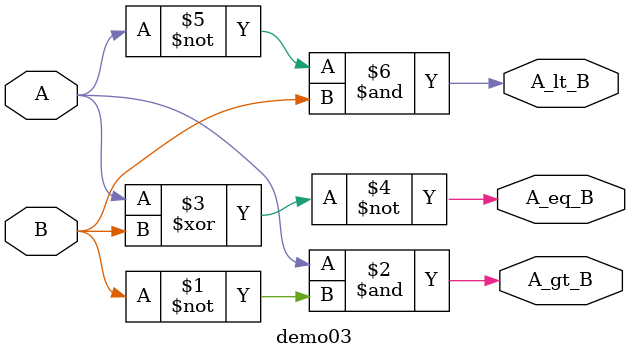
<source format=v>
module demo03 (
    input wire A,        // 输入 A
    input wire B,        // 输入 B
    output wire A_gt_B,  // A > B
    output wire A_eq_B,  // A = B
    output wire A_lt_B   // A < B
);

    // 比较逻辑
    assign A_gt_B = A & ~B;   // A 大于 B 的条件
    assign A_eq_B = ~(A ^ B);  // A 等于 B 的条件
    assign A_lt_B = ~A & B;   // A 小于 B 的条件

endmodule

</source>
